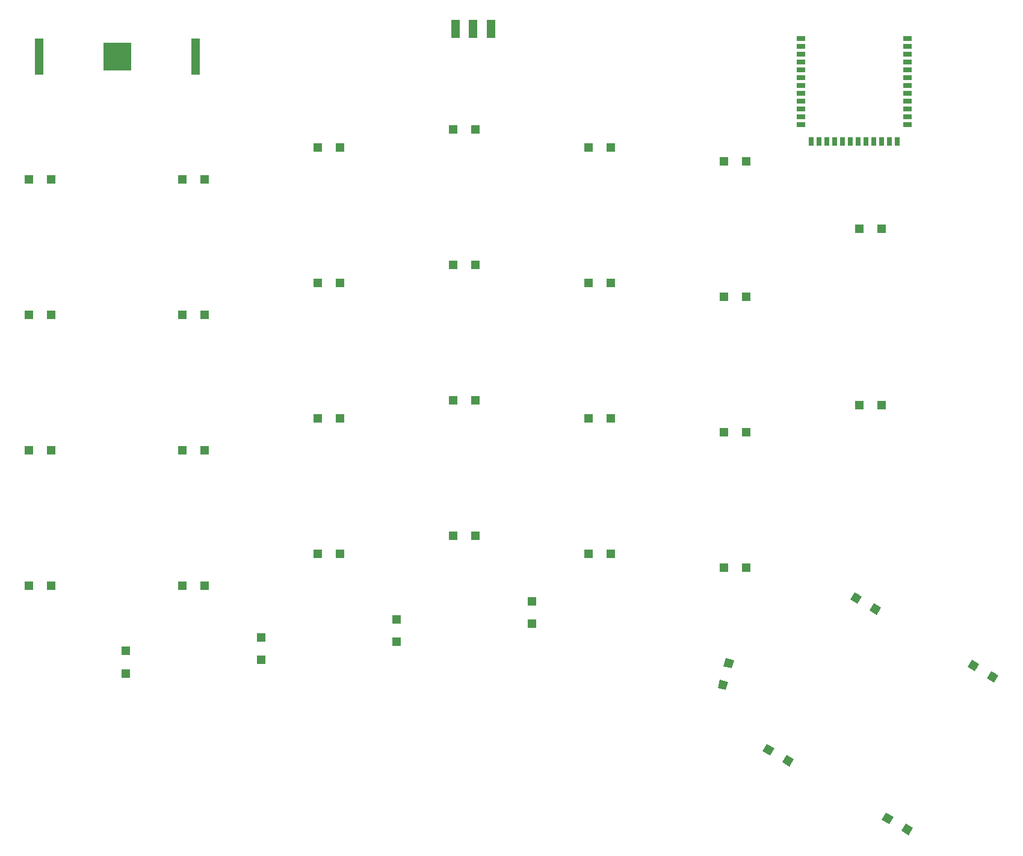
<source format=gtp>
G04 #@! TF.GenerationSoftware,KiCad,Pcbnew,5.0.0-fee4fd1~66~ubuntu18.04.1*
G04 #@! TF.CreationDate,2018-08-26T10:56:49+02:00*
G04 #@! TF.ProjectId,redox_rev1,7265646F785F726576312E6B69636164,1.0*
G04 #@! TF.SameCoordinates,Original*
G04 #@! TF.FileFunction,Paste,Top*
G04 #@! TF.FilePolarity,Positive*
%FSLAX46Y46*%
G04 Gerber Fmt 4.6, Leading zero omitted, Abs format (unit mm)*
G04 Created by KiCad (PCBNEW 5.0.0-fee4fd1~66~ubuntu18.04.1) date Sun Aug 26 10:56:49 2018*
%MOMM*%
%LPD*%
G01*
G04 APERTURE LIST*
%ADD10R,1.198880X0.698500*%
%ADD11R,0.698500X1.198880*%
%ADD12R,1.200000X1.200000*%
%ADD13C,1.200000*%
%ADD14C,0.100000*%
%ADD15R,1.270000X5.080000*%
%ADD16R,3.960000X3.960000*%
%ADD17R,1.250000X2.500000*%
G04 APERTURE END LIST*
D10*
G04 #@! TO.C,U_RIGHT1*
X198495920Y-67246500D03*
X213492080Y-60647580D03*
X213492080Y-59547760D03*
D11*
X199946260Y-69596000D03*
D10*
X198495920Y-65046860D03*
X198495920Y-63947040D03*
X198495920Y-62847220D03*
X198495920Y-61747400D03*
X198495920Y-60647580D03*
X198495920Y-59547760D03*
X198495920Y-58447940D03*
X198495920Y-57348120D03*
X198495920Y-56248300D03*
X213492080Y-55148480D03*
X213492080Y-56248300D03*
X213492080Y-57348120D03*
X213492080Y-58447940D03*
X213492080Y-61747400D03*
X213492080Y-62847220D03*
X213492080Y-63947040D03*
X213492080Y-65046860D03*
X213492080Y-66146680D03*
X213492080Y-67246500D03*
D11*
X212041740Y-69596000D03*
X210941920Y-69596000D03*
X209842100Y-69596000D03*
X208742280Y-69596000D03*
X207642460Y-69596000D03*
X206542640Y-69596000D03*
X205445360Y-69596000D03*
X204345540Y-69596000D03*
X203245720Y-69596000D03*
X202145900Y-69596000D03*
X201046080Y-69596000D03*
D10*
X198495920Y-55148480D03*
X198495920Y-66146680D03*
G04 #@! TD*
D12*
G04 #@! TO.C,D0*
X89865000Y-74930000D03*
X93015000Y-74930000D03*
G04 #@! TD*
G04 #@! TO.C,D1*
X111455000Y-74930000D03*
X114605000Y-74930000D03*
G04 #@! TD*
G04 #@! TO.C,D2*
X130505000Y-70485000D03*
X133655000Y-70485000D03*
G04 #@! TD*
G04 #@! TO.C,D3*
X149555000Y-67945000D03*
X152705000Y-67945000D03*
G04 #@! TD*
G04 #@! TO.C,D4*
X168605000Y-70485000D03*
X171755000Y-70485000D03*
G04 #@! TD*
G04 #@! TO.C,D5*
X187655000Y-72390000D03*
X190805000Y-72390000D03*
G04 #@! TD*
G04 #@! TO.C,D6*
X206705000Y-81915000D03*
X209855000Y-81915000D03*
G04 #@! TD*
G04 #@! TO.C,D10*
X89865000Y-93980000D03*
X93015000Y-93980000D03*
G04 #@! TD*
G04 #@! TO.C,D11*
X111455000Y-93980000D03*
X114605000Y-93980000D03*
G04 #@! TD*
G04 #@! TO.C,D12*
X130505000Y-89535000D03*
X133655000Y-89535000D03*
G04 #@! TD*
G04 #@! TO.C,D13*
X149555000Y-86995000D03*
X152705000Y-86995000D03*
G04 #@! TD*
G04 #@! TO.C,D14*
X168605000Y-89535000D03*
X171755000Y-89535000D03*
G04 #@! TD*
G04 #@! TO.C,D15*
X187655000Y-91440000D03*
X190805000Y-91440000D03*
G04 #@! TD*
G04 #@! TO.C,D16*
X206705000Y-106680000D03*
X209855000Y-106680000D03*
G04 #@! TD*
G04 #@! TO.C,D20*
X89865000Y-113030000D03*
X93015000Y-113030000D03*
G04 #@! TD*
G04 #@! TO.C,D21*
X111455000Y-113030000D03*
X114605000Y-113030000D03*
G04 #@! TD*
G04 #@! TO.C,D22*
X130505000Y-108585000D03*
X133655000Y-108585000D03*
G04 #@! TD*
G04 #@! TO.C,D23*
X149555000Y-106045000D03*
X152705000Y-106045000D03*
G04 #@! TD*
G04 #@! TO.C,D24*
X168605000Y-108585000D03*
X171755000Y-108585000D03*
G04 #@! TD*
G04 #@! TO.C,D25*
X187655000Y-110490000D03*
X190805000Y-110490000D03*
G04 #@! TD*
D13*
G04 #@! TO.C,D26*
X206281010Y-133832500D03*
D14*
G36*
X207100625Y-133612885D02*
X206500625Y-134652115D01*
X205461395Y-134052115D01*
X206061395Y-133012885D01*
X207100625Y-133612885D01*
X207100625Y-133612885D01*
G37*
D13*
X209008990Y-135407500D03*
D14*
G36*
X209828605Y-135187885D02*
X209228605Y-136227115D01*
X208189375Y-135627115D01*
X208789375Y-134587885D01*
X209828605Y-135187885D01*
X209828605Y-135187885D01*
G37*
G04 #@! TD*
D12*
G04 #@! TO.C,D30*
X89865000Y-132080000D03*
X93015000Y-132080000D03*
G04 #@! TD*
G04 #@! TO.C,D31*
X111455000Y-132080000D03*
X114605000Y-132080000D03*
G04 #@! TD*
G04 #@! TO.C,D32*
X130505000Y-127635000D03*
X133655000Y-127635000D03*
G04 #@! TD*
G04 #@! TO.C,D33*
X149555000Y-125095000D03*
X152705000Y-125095000D03*
G04 #@! TD*
G04 #@! TO.C,D34*
X168605000Y-127635000D03*
X171755000Y-127635000D03*
G04 #@! TD*
G04 #@! TO.C,D35*
X187655000Y-129540000D03*
X190805000Y-129540000D03*
G04 #@! TD*
D13*
G04 #@! TO.C,D36*
X222791010Y-143357500D03*
D14*
G36*
X223610625Y-143137885D02*
X223010625Y-144177115D01*
X221971395Y-143577115D01*
X222571395Y-142537885D01*
X223610625Y-143137885D01*
X223610625Y-143137885D01*
G37*
D13*
X225518990Y-144932500D03*
D14*
G36*
X226338605Y-144712885D02*
X225738605Y-145752115D01*
X224699375Y-145152115D01*
X225299375Y-144112885D01*
X226338605Y-144712885D01*
X226338605Y-144712885D01*
G37*
G04 #@! TD*
D12*
G04 #@! TO.C,D40*
X103505000Y-144450000D03*
X103505000Y-141300000D03*
G04 #@! TD*
G04 #@! TO.C,D41*
X122555000Y-142545000D03*
X122555000Y-139395000D03*
G04 #@! TD*
G04 #@! TO.C,D42*
X141605000Y-140005000D03*
X141605000Y-136855000D03*
G04 #@! TD*
G04 #@! TO.C,D43*
X160655000Y-137465000D03*
X160655000Y-134315000D03*
G04 #@! TD*
D13*
G04 #@! TO.C,D44*
X187552360Y-146047333D03*
D14*
G36*
X187128096Y-145312486D02*
X188287207Y-145623069D01*
X187976624Y-146782180D01*
X186817513Y-146471597D01*
X187128096Y-145312486D01*
X187128096Y-145312486D01*
G37*
D13*
X188367640Y-143004667D03*
D14*
G36*
X187943376Y-142269820D02*
X189102487Y-142580403D01*
X188791904Y-143739514D01*
X187632793Y-143428931D01*
X187943376Y-142269820D01*
X187943376Y-142269820D01*
G37*
G04 #@! TD*
D13*
G04 #@! TO.C,D45*
X193962010Y-155168500D03*
D14*
G36*
X194781625Y-154948885D02*
X194181625Y-155988115D01*
X193142395Y-155388115D01*
X193742395Y-154348885D01*
X194781625Y-154948885D01*
X194781625Y-154948885D01*
G37*
D13*
X196689990Y-156743500D03*
D14*
G36*
X197509605Y-156523885D02*
X196909605Y-157563115D01*
X195870375Y-156963115D01*
X196470375Y-155923885D01*
X197509605Y-156523885D01*
X197509605Y-156523885D01*
G37*
G04 #@! TD*
D13*
G04 #@! TO.C,D46*
X210726010Y-164820500D03*
D14*
G36*
X211545625Y-164600885D02*
X210945625Y-165640115D01*
X209906395Y-165040115D01*
X210506395Y-164000885D01*
X211545625Y-164600885D01*
X211545625Y-164600885D01*
G37*
D13*
X213453990Y-166395500D03*
D14*
G36*
X214273605Y-166175885D02*
X213673605Y-167215115D01*
X212634375Y-166615115D01*
X213234375Y-165575885D01*
X214273605Y-166175885D01*
X214273605Y-166175885D01*
G37*
G04 #@! TD*
D15*
G04 #@! TO.C,BT_RIGHT1*
X113347000Y-57658000D03*
X91377000Y-57658000D03*
D16*
X102362000Y-57658000D03*
G04 #@! TD*
D17*
G04 #@! TO.C,SW_RIGHT1*
X149900000Y-53804000D03*
X152400000Y-53804000D03*
X154900000Y-53804000D03*
G04 #@! TD*
M02*

</source>
